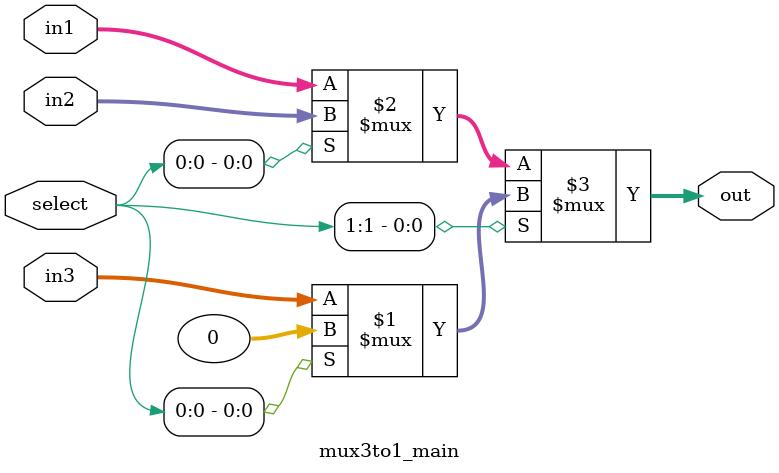
<source format=v>
module mux3to1(SW,LEDR,LEDG,KEY);
	input [17:0] SW;
    input [3:0] KEY;
	output [17:0] LEDR;
	output [7:0] LEDG;

	assign LEDR=SW;

	mux3to1_main DUT(.select(SW[17:16]), .in1(SW[11:8]), .in2(SW[7:4]), .in3(SW[3:0]), .out(LEDG[7:0]));
endmodule
	
module mux3to1_main(select, in1, in2, in3, out);
	input [31:0] in1, in2, in3;
	input [1:0] select;
	output [31:0] out;
	assign out = select[1] ? (select[0] ? 32'b0 : in3) : (select[0] ? in2 : in1);
endmodule
</source>
